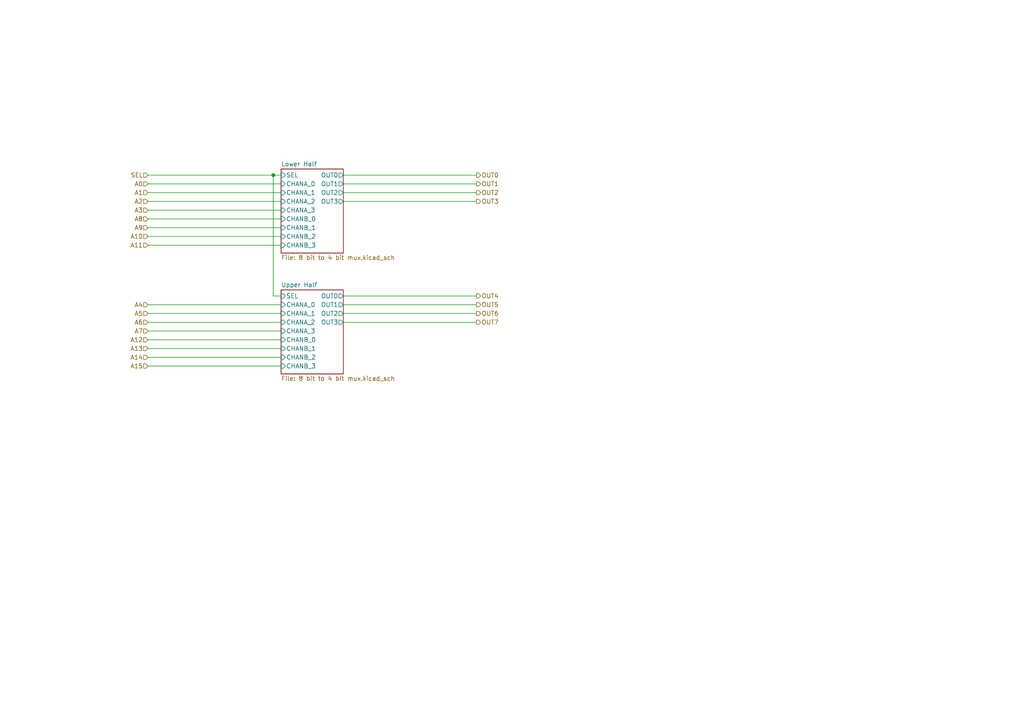
<source format=kicad_sch>
(kicad_sch (version 20211123) (generator eeschema)
  (paper "A4")
  (title_block (title "16 Bit value to 8 bit muxer") (date "2022-05-21") (rev "1") (company "Joshua Scoggins"))
  (lib_symbols)
  (junction (at 79.248 50.8))
  (wire (pts (xy 79.248 50.8) (xy 81.534 50.8)))
  (wire (pts (xy 99.568 93.472) (xy 138.176 93.472)))
  (wire (pts (xy 42.926 60.96) (xy 81.534 60.96)))
  (wire (pts (xy 99.568 85.852) (xy 138.176 85.852)))
  (wire (pts (xy 99.568 90.932) (xy 138.176 90.932)))
  (wire (pts (xy 42.926 50.8) (xy 79.248 50.8)))
  (wire (pts (xy 79.248 85.852) (xy 81.534 85.852)))
  (wire (pts (xy 42.926 96.012) (xy 81.534 96.012)))
  (wire (pts (xy 42.926 106.172) (xy 81.534 106.172)))
  (wire (pts (xy 42.926 66.04) (xy 81.534 66.04)))
  (wire (pts (xy 42.926 101.092) (xy 81.534 101.092)))
  (wire (pts (xy 99.568 58.42) (xy 138.176 58.42)))
  (wire (pts (xy 42.926 53.34) (xy 81.534 53.34)))
  (wire (pts (xy 42.926 88.392) (xy 81.534 88.392)))
  (wire (pts (xy 42.926 103.632) (xy 81.534 103.632)))
  (wire (pts (xy 99.568 55.88) (xy 138.176 55.88)))
  (wire (pts (xy 99.568 88.392) (xy 138.176 88.392)))
  (wire (pts (xy 42.926 68.58) (xy 81.534 68.58)))
  (wire (pts (xy 99.568 53.34) (xy 138.176 53.34)))
  (wire (pts (xy 42.926 98.552) (xy 81.534 98.552)))
  (wire (pts (xy 42.926 63.5) (xy 81.534 63.5)))
  (wire (pts (xy 42.926 71.12) (xy 81.534 71.12)))
  (wire (pts (xy 42.926 93.472) (xy 81.534 93.472)))
  (wire (pts (xy 42.926 90.932) (xy 81.534 90.932)))
  (wire (pts (xy 42.926 55.88) (xy 81.534 55.88)))
  (wire (pts (xy 42.926 58.42) (xy 81.534 58.42)))
  (wire (pts (xy 79.248 50.8) (xy 79.248 85.852)))
  (wire (pts (xy 99.568 50.8) (xy 138.176 50.8)))
  (hierarchical_label "A11" (shape input) (at 42.926 71.12 180))
  (hierarchical_label "A2" (shape input) (at 42.926 58.42 180))
  (hierarchical_label "A4" (shape input) (at 42.926 88.392 180))
  (hierarchical_label "A13" (shape input) (at 42.926 101.092 180))
  (hierarchical_label "A7" (shape input) (at 42.926 96.012 180))
  (hierarchical_label "OUT4" (shape output) (at 138.176 85.852 0))
  (hierarchical_label "A3" (shape input) (at 42.926 60.96 180))
  (hierarchical_label "A9" (shape input) (at 42.926 66.04 180))
  (hierarchical_label "OUT2" (shape output) (at 138.176 55.88 0))
  (hierarchical_label "A6" (shape input) (at 42.926 93.472 180))
  (hierarchical_label "OUT1" (shape output) (at 138.176 53.34 0))
  (hierarchical_label "OUT3" (shape output) (at 138.176 58.42 0))
  (hierarchical_label "OUT0" (shape output) (at 138.176 50.8 0))
  (hierarchical_label "A5" (shape input) (at 42.926 90.932 180))
  (hierarchical_label "A10" (shape input) (at 42.926 68.58 180))
  (hierarchical_label "A12" (shape input) (at 42.926 98.552 180))
  (hierarchical_label "OUT6" (shape output) (at 138.176 90.932 0))
  (hierarchical_label "A0" (shape input) (at 42.926 53.34 180))
  (hierarchical_label "A8" (shape input) (at 42.926 63.5 180))
  (hierarchical_label "A14" (shape input) (at 42.926 103.632 180))
  (hierarchical_label "SEL" (shape input) (at 42.926 50.8 180))
  (hierarchical_label "A15" (shape input) (at 42.926 106.172 180))
  (hierarchical_label "A1" (shape input) (at 42.926 55.88 180))
  (hierarchical_label "OUT5" (shape output) (at 138.176 88.392 0))
  (hierarchical_label "OUT7" (shape output) (at 138.176 93.472 0))
  (sheet (at 81.534 84.074) (size 18.034 24.384) (stroke (width 0.1524))
    (property "Sheet name" "Upper Half" (at 81.534 83.3624 0) (effects (justify left bottom)))
    (property "Sheet file" "8 bit to 4 bit mux.kicad_sch" (at 81.534 109.0426 0) (effects (justify left top)))
    (pin "SEL" input (at 81.534 85.852 180))
    (pin "CHANA_3" input (at 81.534 96.012 180))
    (pin "CHANB_2" input (at 81.534 103.632 180))
    (pin "CHANB_3" input (at 81.534 106.172 180))
    (pin "OUT0" output (at 99.568 85.852 0))
    (pin "OUT3" output (at 99.568 93.472 0))
    (pin "OUT1" output (at 99.568 88.392 0))
    (pin "OUT2" output (at 99.568 90.932 0))
    (pin "CHANA_0" input (at 81.534 88.392 180))
    (pin "CHANB_0" input (at 81.534 98.552 180))
    (pin "CHANA_2" input (at 81.534 93.472 180))
    (pin "CHANA_1" input (at 81.534 90.932 180))
    (pin "CHANB_1" input (at 81.534 101.092 180))
  )
  (sheet (at 81.534 49.022) (size 18.034 24.384) (stroke (width 0.1524))
    (property "Sheet name" "Lower Half" (at 81.534 48.3104 0) (effects (justify left bottom)))
    (property "Sheet file" "8 bit to 4 bit mux.kicad_sch" (at 81.534 73.9906 0) (effects (justify left top)))
    (pin "SEL" input (at 81.534 50.8 180))
    (pin "CHANA_3" input (at 81.534 60.96 180))
    (pin "CHANB_2" input (at 81.534 68.58 180))
    (pin "CHANB_3" input (at 81.534 71.12 180))
    (pin "OUT0" output (at 99.568 50.8 0))
    (pin "OUT3" output (at 99.568 58.42 0))
    (pin "OUT1" output (at 99.568 53.34 0))
    (pin "OUT2" output (at 99.568 55.88 0))
    (pin "CHANA_0" input (at 81.534 53.34 180))
    (pin "CHANB_0" input (at 81.534 63.5 180))
    (pin "CHANA_2" input (at 81.534 58.42 180))
    (pin "CHANA_1" input (at 81.534 55.88 180))
    (pin "CHANB_1" input (at 81.534 66.04 180))
  )
)
</source>
